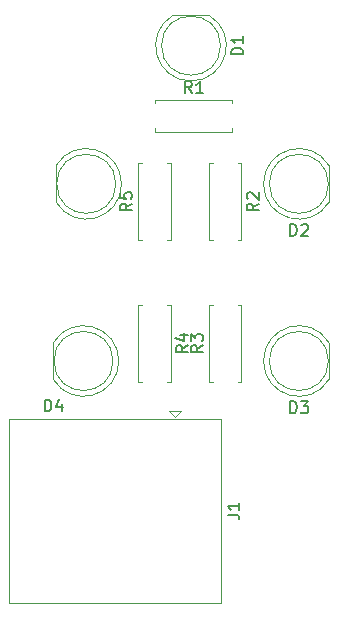
<source format=gbr>
%TF.GenerationSoftware,KiCad,Pcbnew,7.0.9*%
%TF.CreationDate,2023-12-13T17:14:35-05:00*%
%TF.ProjectId,Light Pcb,4c696768-7420-4506-9362-2e6b69636164,rev?*%
%TF.SameCoordinates,Original*%
%TF.FileFunction,Legend,Top*%
%TF.FilePolarity,Positive*%
%FSLAX46Y46*%
G04 Gerber Fmt 4.6, Leading zero omitted, Abs format (unit mm)*
G04 Created by KiCad (PCBNEW 7.0.9) date 2023-12-13 17:14:35*
%MOMM*%
%LPD*%
G01*
G04 APERTURE LIST*
%ADD10C,0.150000*%
%ADD11C,0.120000*%
G04 APERTURE END LIST*
D10*
X96584819Y-64166666D02*
X96108628Y-64499999D01*
X96584819Y-64738094D02*
X95584819Y-64738094D01*
X95584819Y-64738094D02*
X95584819Y-64357142D01*
X95584819Y-64357142D02*
X95632438Y-64261904D01*
X95632438Y-64261904D02*
X95680057Y-64214285D01*
X95680057Y-64214285D02*
X95775295Y-64166666D01*
X95775295Y-64166666D02*
X95918152Y-64166666D01*
X95918152Y-64166666D02*
X96013390Y-64214285D01*
X96013390Y-64214285D02*
X96061009Y-64261904D01*
X96061009Y-64261904D02*
X96108628Y-64357142D01*
X96108628Y-64357142D02*
X96108628Y-64738094D01*
X95584819Y-63261904D02*
X95584819Y-63738094D01*
X95584819Y-63738094D02*
X96061009Y-63785713D01*
X96061009Y-63785713D02*
X96013390Y-63738094D01*
X96013390Y-63738094D02*
X95965771Y-63642856D01*
X95965771Y-63642856D02*
X95965771Y-63404761D01*
X95965771Y-63404761D02*
X96013390Y-63309523D01*
X96013390Y-63309523D02*
X96061009Y-63261904D01*
X96061009Y-63261904D02*
X96156247Y-63214285D01*
X96156247Y-63214285D02*
X96394342Y-63214285D01*
X96394342Y-63214285D02*
X96489580Y-63261904D01*
X96489580Y-63261904D02*
X96537200Y-63309523D01*
X96537200Y-63309523D02*
X96584819Y-63404761D01*
X96584819Y-63404761D02*
X96584819Y-63642856D01*
X96584819Y-63642856D02*
X96537200Y-63738094D01*
X96537200Y-63738094D02*
X96489580Y-63785713D01*
X101324819Y-76166666D02*
X100848628Y-76499999D01*
X101324819Y-76738094D02*
X100324819Y-76738094D01*
X100324819Y-76738094D02*
X100324819Y-76357142D01*
X100324819Y-76357142D02*
X100372438Y-76261904D01*
X100372438Y-76261904D02*
X100420057Y-76214285D01*
X100420057Y-76214285D02*
X100515295Y-76166666D01*
X100515295Y-76166666D02*
X100658152Y-76166666D01*
X100658152Y-76166666D02*
X100753390Y-76214285D01*
X100753390Y-76214285D02*
X100801009Y-76261904D01*
X100801009Y-76261904D02*
X100848628Y-76357142D01*
X100848628Y-76357142D02*
X100848628Y-76738094D01*
X100658152Y-75309523D02*
X101324819Y-75309523D01*
X100277200Y-75547618D02*
X100991485Y-75785713D01*
X100991485Y-75785713D02*
X100991485Y-75166666D01*
X102584819Y-76166666D02*
X102108628Y-76499999D01*
X102584819Y-76738094D02*
X101584819Y-76738094D01*
X101584819Y-76738094D02*
X101584819Y-76357142D01*
X101584819Y-76357142D02*
X101632438Y-76261904D01*
X101632438Y-76261904D02*
X101680057Y-76214285D01*
X101680057Y-76214285D02*
X101775295Y-76166666D01*
X101775295Y-76166666D02*
X101918152Y-76166666D01*
X101918152Y-76166666D02*
X102013390Y-76214285D01*
X102013390Y-76214285D02*
X102061009Y-76261904D01*
X102061009Y-76261904D02*
X102108628Y-76357142D01*
X102108628Y-76357142D02*
X102108628Y-76738094D01*
X101584819Y-75833332D02*
X101584819Y-75214285D01*
X101584819Y-75214285D02*
X101965771Y-75547618D01*
X101965771Y-75547618D02*
X101965771Y-75404761D01*
X101965771Y-75404761D02*
X102013390Y-75309523D01*
X102013390Y-75309523D02*
X102061009Y-75261904D01*
X102061009Y-75261904D02*
X102156247Y-75214285D01*
X102156247Y-75214285D02*
X102394342Y-75214285D01*
X102394342Y-75214285D02*
X102489580Y-75261904D01*
X102489580Y-75261904D02*
X102537200Y-75309523D01*
X102537200Y-75309523D02*
X102584819Y-75404761D01*
X102584819Y-75404761D02*
X102584819Y-75690475D01*
X102584819Y-75690475D02*
X102537200Y-75785713D01*
X102537200Y-75785713D02*
X102489580Y-75833332D01*
X107324819Y-64166666D02*
X106848628Y-64499999D01*
X107324819Y-64738094D02*
X106324819Y-64738094D01*
X106324819Y-64738094D02*
X106324819Y-64357142D01*
X106324819Y-64357142D02*
X106372438Y-64261904D01*
X106372438Y-64261904D02*
X106420057Y-64214285D01*
X106420057Y-64214285D02*
X106515295Y-64166666D01*
X106515295Y-64166666D02*
X106658152Y-64166666D01*
X106658152Y-64166666D02*
X106753390Y-64214285D01*
X106753390Y-64214285D02*
X106801009Y-64261904D01*
X106801009Y-64261904D02*
X106848628Y-64357142D01*
X106848628Y-64357142D02*
X106848628Y-64738094D01*
X106420057Y-63785713D02*
X106372438Y-63738094D01*
X106372438Y-63738094D02*
X106324819Y-63642856D01*
X106324819Y-63642856D02*
X106324819Y-63404761D01*
X106324819Y-63404761D02*
X106372438Y-63309523D01*
X106372438Y-63309523D02*
X106420057Y-63261904D01*
X106420057Y-63261904D02*
X106515295Y-63214285D01*
X106515295Y-63214285D02*
X106610533Y-63214285D01*
X106610533Y-63214285D02*
X106753390Y-63261904D01*
X106753390Y-63261904D02*
X107324819Y-63833332D01*
X107324819Y-63833332D02*
X107324819Y-63214285D01*
X101663333Y-54814819D02*
X101330000Y-54338628D01*
X101091905Y-54814819D02*
X101091905Y-53814819D01*
X101091905Y-53814819D02*
X101472857Y-53814819D01*
X101472857Y-53814819D02*
X101568095Y-53862438D01*
X101568095Y-53862438D02*
X101615714Y-53910057D01*
X101615714Y-53910057D02*
X101663333Y-54005295D01*
X101663333Y-54005295D02*
X101663333Y-54148152D01*
X101663333Y-54148152D02*
X101615714Y-54243390D01*
X101615714Y-54243390D02*
X101568095Y-54291009D01*
X101568095Y-54291009D02*
X101472857Y-54338628D01*
X101472857Y-54338628D02*
X101091905Y-54338628D01*
X102615714Y-54814819D02*
X102044286Y-54814819D01*
X102330000Y-54814819D02*
X102330000Y-53814819D01*
X102330000Y-53814819D02*
X102234762Y-53957676D01*
X102234762Y-53957676D02*
X102139524Y-54052914D01*
X102139524Y-54052914D02*
X102044286Y-54100533D01*
X104704819Y-90525833D02*
X105419104Y-90525833D01*
X105419104Y-90525833D02*
X105561961Y-90573452D01*
X105561961Y-90573452D02*
X105657200Y-90668690D01*
X105657200Y-90668690D02*
X105704819Y-90811547D01*
X105704819Y-90811547D02*
X105704819Y-90906785D01*
X105704819Y-89525833D02*
X105704819Y-90097261D01*
X105704819Y-89811547D02*
X104704819Y-89811547D01*
X104704819Y-89811547D02*
X104847676Y-89906785D01*
X104847676Y-89906785D02*
X104942914Y-90002023D01*
X104942914Y-90002023D02*
X104990533Y-90097261D01*
X106014819Y-51538094D02*
X105014819Y-51538094D01*
X105014819Y-51538094D02*
X105014819Y-51299999D01*
X105014819Y-51299999D02*
X105062438Y-51157142D01*
X105062438Y-51157142D02*
X105157676Y-51061904D01*
X105157676Y-51061904D02*
X105252914Y-51014285D01*
X105252914Y-51014285D02*
X105443390Y-50966666D01*
X105443390Y-50966666D02*
X105586247Y-50966666D01*
X105586247Y-50966666D02*
X105776723Y-51014285D01*
X105776723Y-51014285D02*
X105871961Y-51061904D01*
X105871961Y-51061904D02*
X105967200Y-51157142D01*
X105967200Y-51157142D02*
X106014819Y-51299999D01*
X106014819Y-51299999D02*
X106014819Y-51538094D01*
X106014819Y-50014285D02*
X106014819Y-50585713D01*
X106014819Y-50299999D02*
X105014819Y-50299999D01*
X105014819Y-50299999D02*
X105157676Y-50395237D01*
X105157676Y-50395237D02*
X105252914Y-50490475D01*
X105252914Y-50490475D02*
X105300533Y-50585713D01*
X109991905Y-66914819D02*
X109991905Y-65914819D01*
X109991905Y-65914819D02*
X110230000Y-65914819D01*
X110230000Y-65914819D02*
X110372857Y-65962438D01*
X110372857Y-65962438D02*
X110468095Y-66057676D01*
X110468095Y-66057676D02*
X110515714Y-66152914D01*
X110515714Y-66152914D02*
X110563333Y-66343390D01*
X110563333Y-66343390D02*
X110563333Y-66486247D01*
X110563333Y-66486247D02*
X110515714Y-66676723D01*
X110515714Y-66676723D02*
X110468095Y-66771961D01*
X110468095Y-66771961D02*
X110372857Y-66867200D01*
X110372857Y-66867200D02*
X110230000Y-66914819D01*
X110230000Y-66914819D02*
X109991905Y-66914819D01*
X110944286Y-66010057D02*
X110991905Y-65962438D01*
X110991905Y-65962438D02*
X111087143Y-65914819D01*
X111087143Y-65914819D02*
X111325238Y-65914819D01*
X111325238Y-65914819D02*
X111420476Y-65962438D01*
X111420476Y-65962438D02*
X111468095Y-66010057D01*
X111468095Y-66010057D02*
X111515714Y-66105295D01*
X111515714Y-66105295D02*
X111515714Y-66200533D01*
X111515714Y-66200533D02*
X111468095Y-66343390D01*
X111468095Y-66343390D02*
X110896667Y-66914819D01*
X110896667Y-66914819D02*
X111515714Y-66914819D01*
X89216905Y-81764819D02*
X89216905Y-80764819D01*
X89216905Y-80764819D02*
X89455000Y-80764819D01*
X89455000Y-80764819D02*
X89597857Y-80812438D01*
X89597857Y-80812438D02*
X89693095Y-80907676D01*
X89693095Y-80907676D02*
X89740714Y-81002914D01*
X89740714Y-81002914D02*
X89788333Y-81193390D01*
X89788333Y-81193390D02*
X89788333Y-81336247D01*
X89788333Y-81336247D02*
X89740714Y-81526723D01*
X89740714Y-81526723D02*
X89693095Y-81621961D01*
X89693095Y-81621961D02*
X89597857Y-81717200D01*
X89597857Y-81717200D02*
X89455000Y-81764819D01*
X89455000Y-81764819D02*
X89216905Y-81764819D01*
X90645476Y-81098152D02*
X90645476Y-81764819D01*
X90407381Y-80717200D02*
X90169286Y-81431485D01*
X90169286Y-81431485D02*
X90788333Y-81431485D01*
X109991905Y-81914819D02*
X109991905Y-80914819D01*
X109991905Y-80914819D02*
X110230000Y-80914819D01*
X110230000Y-80914819D02*
X110372857Y-80962438D01*
X110372857Y-80962438D02*
X110468095Y-81057676D01*
X110468095Y-81057676D02*
X110515714Y-81152914D01*
X110515714Y-81152914D02*
X110563333Y-81343390D01*
X110563333Y-81343390D02*
X110563333Y-81486247D01*
X110563333Y-81486247D02*
X110515714Y-81676723D01*
X110515714Y-81676723D02*
X110468095Y-81771961D01*
X110468095Y-81771961D02*
X110372857Y-81867200D01*
X110372857Y-81867200D02*
X110230000Y-81914819D01*
X110230000Y-81914819D02*
X109991905Y-81914819D01*
X110896667Y-80914819D02*
X111515714Y-80914819D01*
X111515714Y-80914819D02*
X111182381Y-81295771D01*
X111182381Y-81295771D02*
X111325238Y-81295771D01*
X111325238Y-81295771D02*
X111420476Y-81343390D01*
X111420476Y-81343390D02*
X111468095Y-81391009D01*
X111468095Y-81391009D02*
X111515714Y-81486247D01*
X111515714Y-81486247D02*
X111515714Y-81724342D01*
X111515714Y-81724342D02*
X111468095Y-81819580D01*
X111468095Y-81819580D02*
X111420476Y-81867200D01*
X111420476Y-81867200D02*
X111325238Y-81914819D01*
X111325238Y-81914819D02*
X111039524Y-81914819D01*
X111039524Y-81914819D02*
X110944286Y-81867200D01*
X110944286Y-81867200D02*
X110896667Y-81819580D01*
D11*
%TO.C,R5*%
X99870000Y-60730000D02*
X99540000Y-60730000D01*
X97130000Y-67270000D02*
X97130000Y-60730000D01*
X99870000Y-67270000D02*
X99870000Y-60730000D01*
X99540000Y-67270000D02*
X99870000Y-67270000D01*
X97460000Y-67270000D02*
X97130000Y-67270000D01*
X97130000Y-60730000D02*
X97460000Y-60730000D01*
%TO.C,R4*%
X97130000Y-79270000D02*
X97460000Y-79270000D01*
X99870000Y-72730000D02*
X99870000Y-79270000D01*
X97130000Y-72730000D02*
X97130000Y-79270000D01*
X97460000Y-72730000D02*
X97130000Y-72730000D01*
X99540000Y-72730000D02*
X99870000Y-72730000D01*
X99870000Y-79270000D02*
X99540000Y-79270000D01*
%TO.C,R3*%
X105870000Y-72730000D02*
X105540000Y-72730000D01*
X103130000Y-79270000D02*
X103130000Y-72730000D01*
X105870000Y-79270000D02*
X105870000Y-72730000D01*
X105540000Y-79270000D02*
X105870000Y-79270000D01*
X103460000Y-79270000D02*
X103130000Y-79270000D01*
X103130000Y-72730000D02*
X103460000Y-72730000D01*
%TO.C,R2*%
X103130000Y-67270000D02*
X103460000Y-67270000D01*
X105870000Y-60730000D02*
X105870000Y-67270000D01*
X103130000Y-60730000D02*
X103130000Y-67270000D01*
X103460000Y-60730000D02*
X103130000Y-60730000D01*
X105540000Y-60730000D02*
X105870000Y-60730000D01*
X105870000Y-67270000D02*
X105540000Y-67270000D01*
%TO.C,R1*%
X105100000Y-58100000D02*
X105100000Y-57770000D01*
X98560000Y-55360000D02*
X105100000Y-55360000D01*
X98560000Y-58100000D02*
X105100000Y-58100000D01*
X98560000Y-57770000D02*
X98560000Y-58100000D01*
X98560000Y-55690000D02*
X98560000Y-55360000D01*
X105100000Y-55360000D02*
X105100000Y-55690000D01*
%TO.C,J1*%
X100250000Y-82247500D02*
X100750000Y-81747500D01*
X104130000Y-97952500D02*
X86170000Y-97952500D01*
X86170000Y-82432500D02*
X86170000Y-97952500D01*
X100750000Y-81747500D02*
X99750000Y-81747500D01*
X104130000Y-82432500D02*
X86170000Y-82432500D01*
X99750000Y-81747500D02*
X100250000Y-82247500D01*
X104130000Y-97952500D02*
X104130000Y-82432500D01*
%TO.C,D1*%
X103145000Y-48240000D02*
X100055000Y-48240000D01*
X101599538Y-53789999D02*
G75*
G03*
X103144830Y-48240001I462J2989999D01*
G01*
X100055170Y-48240000D02*
G75*
G03*
X101600462Y-53790000I1544830J-2560000D01*
G01*
X104100000Y-50800000D02*
G75*
G03*
X104100000Y-50800000I-2500000J0D01*
G01*
%TO.C,D2*%
X113290000Y-64045000D02*
X113290000Y-60955000D01*
X107740001Y-62499538D02*
G75*
G03*
X113289999Y-64044830I2989999J-462D01*
G01*
X113290000Y-60955170D02*
G75*
G03*
X107740000Y-62500462I-2560000J-1544830D01*
G01*
X113230000Y-62500000D02*
G75*
G03*
X113230000Y-62500000I-2500000J0D01*
G01*
%TO.C,D5*%
X90170000Y-60955000D02*
X90170000Y-64045000D01*
X95719999Y-62500462D02*
G75*
G03*
X90170001Y-60955170I-2989999J462D01*
G01*
X90170000Y-64044830D02*
G75*
G03*
X95720000Y-62499538I2560000J1544830D01*
G01*
X95230000Y-62500000D02*
G75*
G03*
X95230000Y-62500000I-2500000J0D01*
G01*
%TO.C,D4*%
X89935000Y-75955000D02*
X89935000Y-79045000D01*
X95484999Y-77500462D02*
G75*
G03*
X89935001Y-75955170I-2989999J462D01*
G01*
X89935000Y-79044830D02*
G75*
G03*
X95485000Y-77499538I2560000J1544830D01*
G01*
X94995000Y-77500000D02*
G75*
G03*
X94995000Y-77500000I-2500000J0D01*
G01*
%TO.C,D3*%
X113290000Y-79045000D02*
X113290000Y-75955000D01*
X107740001Y-77499538D02*
G75*
G03*
X113289999Y-79044830I2989999J-462D01*
G01*
X113290000Y-75955170D02*
G75*
G03*
X107740000Y-77500462I-2560000J-1544830D01*
G01*
X113230000Y-77500000D02*
G75*
G03*
X113230000Y-77500000I-2500000J0D01*
G01*
%TD*%
M02*

</source>
